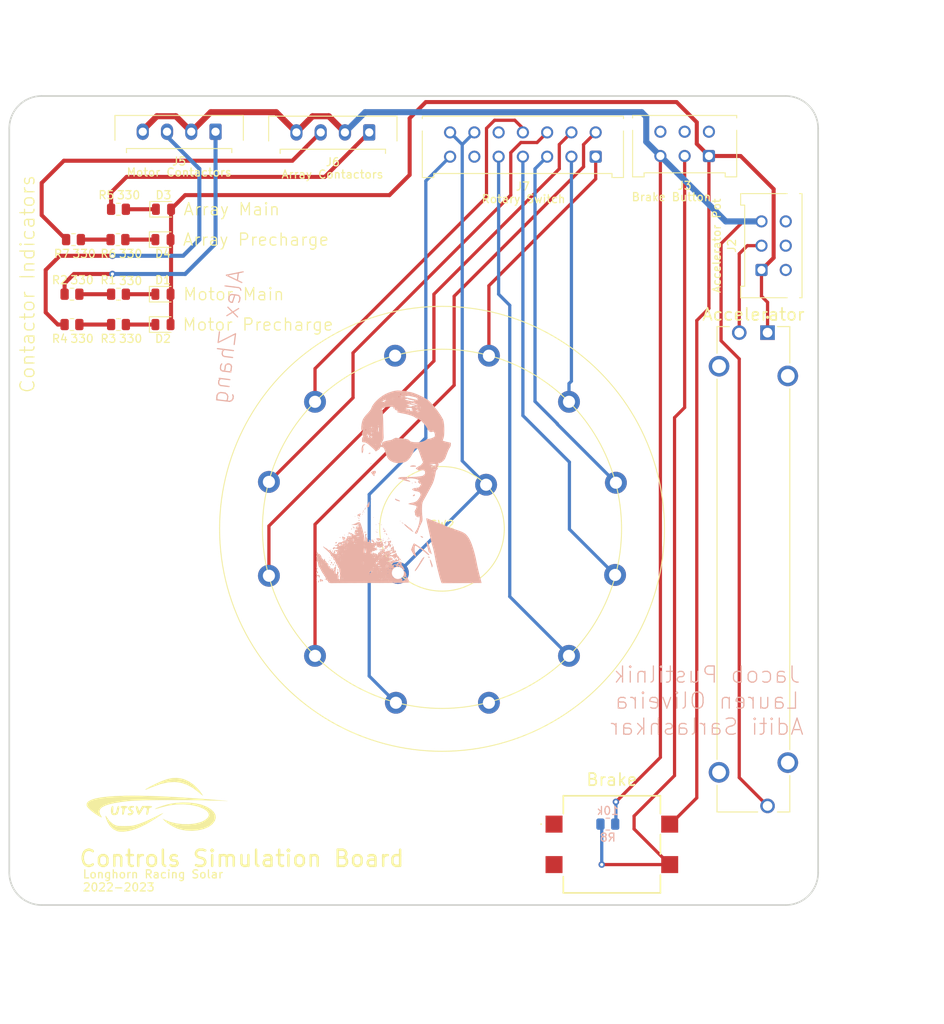
<source format=kicad_pcb>
(kicad_pcb (version 20211014) (generator pcbnew)
  (layers (0 "F.Cu" signal) (31 "B.Cu" signal) (34 "B.Paste" user) (35 "F.Paste" user) (36 "B.SilkS" user "B.Silkscreen") (37 "F.SilkS" user "F.Silkscreen") (38 "B.Mask" user) (39 "F.Mask" user) (44 "Edge.Cuts" user))
  (net 0 "")
  (net 1 "GND")
  (net 6 "/M_D_Mn1")
  (net 7 "/M_D_Pre1")
  (net 8 "/A_D_Mn1")
  (net 9 "/A_D_Pre1")
  (net 10 "+3V3")
  (net 11 "/Acc_Pot_Vo")
  (net 12 "/M_D_Mn2")
  (net 13 "/M_D_Pre2")
  (net 14 "/A_D_Mn2")
  (net 15 "/A_D_Pre2")
  (net 16 "/Rot1")
  (net 17 "/Rot2")
  (net 18 "/Rot3")
  (net 19 "/Rot4")
  (net 20 "/Rot5")
  (net 21 "/Rot7")
  (net 22 "/Rot8")
  (net 23 "/Rot9")
  (net 24 "/Rot10")
  (net 25 "/Rot11")
  (net 26 "/RotV+")
  (net 30 "/M_D_Mn3")
  (net 31 "/Brk_Signal")
  (net 37 "/M_D_Pre3")
  (net 38 "/A_D_Pre3")
  (footprint "Resistor_SMD:R_0805_2012Metric" (layer "F.Cu") (at 113.4375 67.75 180)
    (fp_text reference "R6" (at 1.1875 -1.75) (layer "F.SilkS"))
    (fp_text value "330" (at -1.5625 -1.75) (layer "F.SilkS"))
    (pad "1" smd roundrect (at -0.9125 0 180) (size 1.025 1.4) (layers "F.Cu" "F.Paste" "F.Mask") (roundrect_rratio 0.243902439) (net 9 "/A_D_Pre1"))
    (pad "2" smd roundrect (at 0.9125 0 180) (size 1.025 1.4) (layers "F.Cu" "F.Paste" "F.Mask") (roundrect_rratio 0.243902439) (net 15 "/A_D_Pre2"))
  )
  (footprint "MountingHole:MountingHole_3.2mm_M3" (layer "F.Cu") (at 104 54)
    (fp_text reference "H4")
    (fp_text value "MountingHole")
    (pad "" np_thru_hole circle (at 0 0) (size 3.2 3.2) (drill 3.2) (layers *.Cu *.Mask))
  )
  (footprint "MountingHole:MountingHole_3.2mm_M3" (layer "F.Cu") (at 196 54)
    (fp_text reference "H2")
    (fp_text value "MountingHole")
    (pad "" np_thru_hole circle (at 0 0) (size 3.2 3.2) (drill 3.2) (layers *.Cu *.Mask))
  )
  (footprint "Resistor_SMD:R_0805_2012Metric" (layer "F.Cu") (at 113.5 78.25)
    (fp_text reference "R3" (at -1.25 1.75) (layer "F.SilkS"))
    (fp_text value "330" (at 1.5 1.75) (layer "F.SilkS"))
    (pad "1" smd roundrect (at -0.9125 0) (size 1.025 1.4) (layers "F.Cu" "F.Paste" "F.Mask") (roundrect_rratio 0.243902439) (net 13 "/M_D_Pre2"))
    (pad "2" smd roundrect (at 0.9125 0) (size 1.025 1.4) (layers "F.Cu" "F.Paste" "F.Mask") (roundrect_rratio 0.243902439) (net 7 "/M_D_Pre1"))
  )
  (footprint "LED_SMD:LED_0805_2012Metric" (layer "F.Cu") (at 119 67.75)
    (fp_text reference "D4" (at 0 1.75) (layer "F.SilkS"))
    (fp_text value "Arr_Cntctr_PreChg" hide)
    (pad "1" smd roundrect (at -0.9375 0) (size 0.975 1.4) (layers "F.Cu" "F.Paste" "F.Mask") (net 9 "/A_D_Pre1"))
    (pad "2" smd roundrect (at 0.9375 0) (size 0.975 1.4) (layers "F.Cu" "F.Paste" "F.Mask") (net 10 "+3V3"))
  )
  (footprint "Resistor_SMD:R_0805_2012Metric" (layer "F.Cu") (at 107.75 78.25)
    (fp_text reference "R4" (at -1.5 1.75) (layer "F.SilkS"))
    (fp_text value "330" (at 1.25 1.75) (layer "F.SilkS"))
    (pad "1" smd roundrect (at -0.9125 0) (size 1.025 1.4) (layers "F.Cu" "F.Paste" "F.Mask") (roundrect_rratio 0.243902439) (net 37 "/M_D_Pre3"))
    (pad "2" smd roundrect (at 0.9125 0) (size 1.025 1.4) (layers "F.Cu" "F.Paste" "F.Mask") (roundrect_rratio 0.243902439) (net 13 "/M_D_Pre2"))
  )
  (footprint "UTSVT_Connectors:Molex_Micro-Fit_3.0_43045-1412_2x07_P3.00mm_Vertical" (layer "F.Cu") (at 172.5 57.5 180)
    (fp_text reference "J7" (at 9 -3.67 180) (layer "F.SilkS"))
    (fp_text value "Rotary Switch" (at 8.924 -5.238 180) (layer "F.SilkS"))
    (pad "" np_thru_hole circle (at -3 3.94 180) (size 1 1) (drill 1) (layers *.Cu *.Mask))
    (pad "" np_thru_hole circle (at 21 3.94 180) (size 1 1) (drill 1) (layers *.Cu *.Mask))
    (pad "1" thru_hole roundrect (at 0 0 180) (size 1.5 1.5) (drill 1) (layers *.Cu *.Mask) (roundrect_rratio 0.166667) (net 16 "/Rot1"))
    (pad "2" thru_hole circle (at 3 0 180) (size 1.5 1.5) (drill 1) (layers *.Cu *.Mask) (net 17 "/Rot2"))
    (pad "3" thru_hole circle (at 6 0 180) (size 1.5 1.5) (drill 1) (layers *.Cu *.Mask) (net 18 "/Rot3"))
    (pad "4" thru_hole circle (at 9 0 180) (size 1.5 1.5) (drill 1) (layers *.Cu *.Mask) (net 19 "/Rot4"))
    (pad "5" thru_hole circle (at 12 0 180) (size 1.5 1.5) (drill 1) (layers *.Cu *.Mask) (net 20 "/Rot5"))
    (pad "6" thru_hole circle (at 15 0 180) (size 1.5 1.5) (drill 1) (layers *.Cu *.Mask))
    (pad "7" thru_hole circle (at 18 0 180) (size 1.5 1.5) (drill 1) (layers *.Cu *.Mask) (net 21 "/Rot7"))
    (pad "8" thru_hole circle (at 0 3 180) (size 1.5 1.5) (drill 1) (layers *.Cu *.Mask) (net 22 "/Rot8"))
    (pad "9" thru_hole circle (at 3 3 180) (size 1.5 1.5) (drill 1) (layers *.Cu *.Mask) (net 23 "/Rot9"))
    (pad "10" thru_hole circle (at 6 3 180) (size 1.5 1.5) (drill 1) (layers *.Cu *.Mask) (net 24 "/Rot10"))
    (pad "11" thru_hole circle (at 9 3 180) (size 1.5 1.5) (drill 1) (layers *.Cu *.Mask) (net 25 "/Rot11"))
    (pad "12" thru_hole circle (at 12 3 180) (size 1.5 1.5) (drill 1) (layers *.Cu *.Mask))
    (pad "13" thru_hole circle (at 15 3 180) (size 1.5 1.5) (drill 1) (layers *.Cu *.Mask) (net 26 "/RotV+"))
    (pad "14" thru_hole circle (at 18 3 180) (size 1.5 1.5) (drill 1) (layers *.Cu *.Mask) (net 26 "/RotV+"))
  )
  (footprint "UTSVT_Connectors:Molex_Micro-Fit_3.0_43650-0415_1x04_P3.00mm_Vertical" (layer "F.Cu") (at 144.5 54.5 180)
    (fp_text reference "J6" (at 4.5 -3.67 180) (layer "F.SilkS"))
    (fp_text value "Array Contactors" (at 4.546 -5.19 180) (layer "F.SilkS"))
    (pad "" np_thru_hole circle (at 12 -1.96 180) (size 1.27 1.27) (drill 1.27) (layers *.Cu *.Mask))
    (pad "" np_thru_hole circle (at -3 -1.96 180) (size 1.27 1.27) (drill 1.27) (layers *.Cu *.Mask))
    (pad "1" thru_hole roundrect (at 0 0 180) (size 1.5 2.02) (drill 1.02) (layers *.Cu *.Mask) (roundrect_rratio 0.166667) (net 14 "/A_D_Mn2"))
    (pad "2" thru_hole oval (at 3 0 180) (size 1.5 2.02) (drill 1.02) (layers *.Cu *.Mask) (net 1 "GND"))
    (pad "3" thru_hole oval (at 6 0 180) (size 1.5 2.02) (drill 1.02) (layers *.Cu *.Mask) (net 38 "/A_D_Pre3"))
    (pad "4" thru_hole oval (at 9 0 180) (size 1.5 2.02) (drill 1.02) (layers *.Cu *.Mask) (net 1 "GND"))
  )
  (footprint "LED_SMD:LED_0805_2012Metric" (layer "F.Cu") (at 119 78.25)
    (fp_text reference "D2" (at 0 1.75) (layer "F.SilkS"))
    (fp_text value "M_Cntctr_PreChg" hide)
    (pad "1" smd roundrect (at -0.9375 0) (size 0.975 1.4) (layers "F.Cu" "F.Paste" "F.Mask") (net 7 "/M_D_Pre1"))
    (pad "2" smd roundrect (at 0.9375 0) (size 0.975 1.4) (layers "F.Cu" "F.Paste" "F.Mask") (net 10 "+3V3"))
  )
  (footprint "Resistor_SMD:R_0805_2012Metric" (layer "F.Cu") (at 107.75 74.5 180)
    (fp_text reference "R2" (at 1.5 1.75) (layer "F.SilkS"))
    (fp_text value "330" (at -1.25 1.75) (layer "F.SilkS"))
    (pad "1" smd roundrect (at -0.9125 0 180) (size 1.025 1.4) (layers "F.Cu" "F.Paste" "F.Mask") (roundrect_rratio 0.243902439) (net 12 "/M_D_Mn2"))
    (pad "2" smd roundrect (at 0.9125 0 180) (size 1.025 1.4) (layers "F.Cu" "F.Paste" "F.Mask") (roundrect_rratio 0.243902439) (net 30 "/M_D_Mn3"))
  )
  (footprint "Footprints:PTA4543" (layer "F.Cu") (at 192 108.5 -90)
    (fp_text reference "RV1")
    (fp_text value "Accelerator" (at -31.5 0 180) (layer "F.SilkS") (effects (font (size 1.5 1.5) (thickness 0.2))))
    (pad "1" thru_hole rect (at -29.25 -1.75 270) (size 1.8 1.8) (drill 1.2) (layers *.Cu *.Mask) (net 10 "+3V3"))
    (pad "2" thru_hole circle (at -29.25 1.75 270) (size 1.8 1.8) (drill 1.2) (layers *.Cu *.Mask) (net 11 "/Acc_Pot_Vo"))
    (pad "3" thru_hole circle (at 29.25 -1.75 270) (size 1.8 1.8) (drill 1.2) (layers *.Cu *.Mask) (net 1 "GND"))
    (pad "S1" thru_hole circle (at -23.9 -4.25 270) (size 2.55 2.55) (drill 1.7) (layers *.Cu *.Mask))
    (pad "S2" thru_hole circle (at -25.1 4.25 270) (size 2.55 2.55) (drill 1.7) (layers *.Cu *.Mask))
    (pad "S3" thru_hole circle (at 23.9 -4.25 270) (size 2.55 2.55) (drill 1.7) (layers *.Cu *.Mask))
    (pad "S4" thru_hole circle (at 25.1 4.25 270) (size 2.55 2.55) (drill 1.7) (layers *.Cu *.Mask))
  )
  (footprint "LED_SMD:LED_0805_2012Metric" (layer "F.Cu") (at 119.0625 64)
    (fp_text reference "D3" (at 0 -1.75) (layer "F.SilkS"))
    (fp_text value "Arr_Cntctr_Main" hide)
    (pad "1" smd roundrect (at -0.9375 0) (size 0.975 1.4) (layers "F.Cu" "F.Paste" "F.Mask") (net 8 "/A_D_Mn1"))
    (pad "2" smd roundrect (at 0.9375 0) (size 0.975 1.4) (layers "F.Cu" "F.Paste" "F.Mask") (net 10 "+3V3"))
  )
  (footprint "LED_SMD:LED_0805_2012Metric" (layer "F.Cu") (at 119 74.5)
    (fp_text reference "D1" (at 0 -1.75) (layer "F.SilkS"))
    (fp_text value "M_Cntctr_Main" hide)
    (pad "1" smd roundrect (at -0.9375 0) (size 0.975 1.4) (layers "F.Cu" "F.Paste" "F.Mask") (net 6 "/M_D_Mn1"))
    (pad "2" smd roundrect (at 0.9375 0) (size 0.975 1.4) (layers "F.Cu" "F.Paste" "F.Mask") (net 10 "+3V3"))
  )
  (footprint "Resistor_SMD:R_0805_2012Metric" (layer "F.Cu") (at 107.9375 67.75 180)
    (fp_text reference "R7" (at 1.4375 -1.75) (layer "F.SilkS"))
    (fp_text value "330" (at -1.3125 -1.75) (layer "F.SilkS"))
    (pad "1" smd roundrect (at -0.9125 0 180) (size 1.025 1.4) (layers "F.Cu" "F.Paste" "F.Mask") (roundrect_rratio 0.243902439) (net 15 "/A_D_Pre2"))
    (pad "2" smd roundrect (at 0.9125 0 180) (size 1.025 1.4) (layers "F.Cu" "F.Paste" "F.Mask") (roundrect_rratio 0.243902439) (net 38 "/A_D_Pre3"))
  )
  (footprint "MountingHole:MountingHole_3.2mm_M3" (layer "F.Cu") (at 196 146)
    (fp_text reference "H3")
    (fp_text value "MountingHole")
    (pad "" np_thru_hole circle (at 0 0) (size 3.2 3.2) (drill 3.2) (layers *.Cu *.Mask))
  )
  (footprint "Footprints:TS16121295BK260SMTTR" (layer "F.Cu") (at 174.5 142.5)
    (fp_text reference "S1" hide)
    (fp_text value "Brake" (at 0 -8) (layer "F.SilkS") (effects (font (size 1.5 1.5) (thickness 0.2))))
    (pad "1" smd rect (at -7.15 -2.5 90) (size 2.1 2.1) (layers "F.Cu" "F.Paste" "F.Mask"))
    (pad "2" smd rect (at 7.15 -2.5 90) (size 2.1 2.1) (layers "F.Cu" "F.Paste" "F.Mask") (net 10 "+3V3"))
    (pad "3" smd rect (at -7.15 2.5 90) (size 2.1 2.1) (layers "F.Cu" "F.Paste" "F.Mask"))
    (pad "4" smd rect (at 7.15 2.5 90) (size 2.1 2.1) (layers "F.Cu" "F.Paste" "F.Mask") (net 31 "/Brk_Signal"))
  )
  (footprint "UTSVT_Connectors:Molex_Micro-Fit_3.0_43045-0612_2x03_P3.00mm_Vertical" (layer "F.Cu") (at 186.5 57.415 180)
    (fp_text reference "J3" (at 3 -3.67 180) (layer "F.SilkS"))
    (fp_text value "Brake Button" (at 4.636 -5.069 180) (layer "F.SilkS"))
    (pad "" np_thru_hole circle (at -3 3.94 180) (size 1 1) (drill 1) (layers *.Cu *.Mask))
    (pad "" np_thru_hole circle (at 9 3.94 180) (size 1 1) (drill 1) (layers *.Cu *.Mask))
    (pad "1" thru_hole roundrect (at 0 0 180) (size 1.5 1.5) (drill 1) (layers *.Cu *.Mask) (roundrect_rratio 0.166667) (net 10 "+3V3"))
    (pad "2" thru_hole circle (at 3 0 180) (size 1.5 1.5) (drill 1) (layers *.Cu *.Mask) (net 31 "/Brk_Signal"))
    (pad "3" thru_hole circle (at 6 0 180) (size 1.5 1.5) (drill 1) (layers *.Cu *.Mask) (net 1 "GND"))
    (pad "4" thru_hole circle (at 0 3 180) (size 1.5 1.5) (drill 1) (layers *.Cu *.Mask))
    (pad "5" thru_hole circle (at 3 3 180) (size 1.5 1.5) (drill 1) (layers *.Cu *.Mask))
    (pad "6" thru_hole circle (at 6 3 180) (size 1.5 1.5) (drill 1) (layers *.Cu *.Mask))
  )
  (footprint "Footprints:CK1035" (layer "F.Cu") (at 153.5 103.5 180)
    (fp_text reference "SW2" (at 0 0.5) (layer "F.SilkS"))
    (fp_text value "SW_Rotary2x6")
    (pad "1" thru_hole circle (at -5.8 21.4 180) (size 2.7 2.7) (drill 1.5) (layers *.Cu *.Mask) (net 16 "/Rot1"))
    (pad "2" thru_hole circle (at -15.7 15.7 180) (size 2.7 2.7) (drill 1.5) (layers *.Cu *.Mask) (net 17 "/Rot2"))
    (pad "3" thru_hole circle (at -21.5 5.7 180) (size 2.7 2.7) (drill 1.5) (layers *.Cu *.Mask) (net 18 "/Rot3"))
    (pad "4" thru_hole circle (at -21.4 -5.7 180) (size 2.7 2.7) (drill 1.5) (layers *.Cu *.Mask) (net 19 "/Rot4"))
    (pad "5" thru_hole circle (at -15.7 -15.7 180) (size 2.7 2.7) (drill 1.5) (layers *.Cu *.Mask) (net 20 "/Rot5"))
    (pad "6" thru_hole circle (at -5.8 -21.5 180) (size 2.7 2.7) (drill 1.5) (layers *.Cu *.Mask))
    (pad "7" thru_hole circle (at 5.7 -21.5 180) (size 2.7 2.7) (drill 1.5) (layers *.Cu *.Mask) (net 21 "/Rot7"))
    (pad "8" thru_hole circle (at 15.7 -15.7 180) (size 2.7 2.7) (drill 1.5) (layers *.Cu *.Mask) (net 22 "/Rot8"))
    (pad "9" thru_hole circle (at 21.4 -5.8 180) (size 2.7 2.7) (drill 1.5) (layers *.Cu *.Mask) (net 23 "/Rot9"))
    (pad "10" thru_hole circle (at 21.4 5.8 180) (size 2.7 2.7) (drill 1.5) (layers *.Cu *.Mask) (net 24 "/Rot10"))
    (pad "11" thru_hole circle (at 15.7 15.7 180) (size 2.7 2.7) (drill 1.5) (layers *.Cu *.Mask) (net 25 "/Rot11"))
    (pad "12" thru_hole circle (at 5.8 21.4 180) (size 2.7 2.7) (drill 1.5) (layers *.Cu *.Mask))
    (pad "13" thru_hole circle (at -5.45 5.45 180) (size 2.7 2.7) (drill 1.5) (layers *.Cu *.Mask) (net 26 "/RotV+"))
    (pad "14" thru_hole circle (at 5.45 -5.45 180) (size 2.7 2.7) (drill 1.5) (layers *.Cu *.Mask) (net 26 "/RotV+"))
  )
  (footprint "MountingHole:MountingHole_3.2mm_M3" (layer "F.Cu") (at 104 146)
    (fp_text reference "H1")
    (fp_text value "MountingHole")
    (pad "" np_thru_hole circle (at 0 0) (size 3.2 3.2) (drill 3.2) (layers *.Cu *.Mask))
  )
  (footprint "UTSVT_Connectors:Molex_Micro-Fit_3.0_43045-0612_2x03_P3.00mm_Vertical" (layer "F.Cu") (at 193 71.5 90)
    (fp_text reference "J2" (at 3 -3.67 90) (layer "F.SilkS"))
    (fp_text value "Accelerator Pot" (at 3 -5.548 90) (layer "F.SilkS"))
    (pad "" np_thru_hole circle (at 9 3.94 90) (size 1 1) (drill 1) (layers *.Cu *.Mask))
    (pad "" np_thru_hole circle (at -3 3.94 90) (size 1 1) (drill 1) (layers *.Cu *.Mask))
    (pad "1" thru_hole roundrect (at 0 0 90) (size 1.5 1.5) (drill 1) (layers *.Cu *.Mask) (roundrect_rratio 0.166667) (net 10 "+3V3"))
    (pad "2" thru_hole circle (at 3 0 90) (size 1.5 1.5) (drill 1) (layers *.Cu *.Mask) (net 11 "/Acc_Pot_Vo"))
    (pad "3" thru_hole circle (at 6 0 90) (size 1.5 1.5) (drill 1) (layers *.Cu *.Mask) (net 1 "GND"))
    (pad "4" thru_hole circle (at 0 3 90) (size 1.5 1.5) (drill 1) (layers *.Cu *.Mask))
    (pad "5" thru_hole circle (at 3 3 90) (size 1.5 1.5) (drill 1) (layers *.Cu *.Mask))
    (pad "6" thru_hole circle (at 6 3 90) (size 1.5 1.5) (drill 1) (layers *.Cu *.Mask))
  )
  (footprint "UTSVT_Special:UTSVT_Logo_Symbol" (layer "F.Cu") (at 118 137.75)
    (fp_text reference "LOGO2" hide)
    (fp_text value "UTSVT Logo" hide)
  )
  (footprint "Resistor_SMD:R_0805_2012Metric" (layer "F.Cu") (at 113.5 74.5 180)
    (fp_text reference "R1" (at 1.25 1.75) (layer "F.SilkS"))
    (fp_text value "330" (at -1.5 1.65) (layer "F.SilkS"))
    (pad "1" smd roundrect (at -0.9125 0 180) (size 1.025 1.4) (layers "F.Cu" "F.Paste" "F.Mask") (roundrect_rratio 0.243902439) (net 6 "/M_D_Mn1"))
    (pad "2" smd roundrect (at 0.9125 0 180) (size 1.025 1.4) (layers "F.Cu" "F.Paste" "F.Mask") (roundrect_rratio 0.243902439) (net 12 "/M_D_Mn2"))
  )
  (footprint "UTSVT_Connectors:Molex_Micro-Fit_3.0_43650-0415_1x04_P3.00mm_Vertical" (layer "F.Cu") (at 125.5 54.415 180)
    (fp_text reference "J5" (at 4.5 -3.67 180) (layer "F.SilkS"))
    (fp_text value "Motor Contactors" (at 4.5 -5.021 180) (layer "F.SilkS"))
    (pad "" np_thru_hole circle (at 12 -1.96 180) (size 1.27 1.27) (drill 1.27) (layers *.Cu *.Mask))
    (pad "" np_thru_hole circle (at -3 -1.96 180) (size 1.27 1.27) (drill 1.27) (layers *.Cu *.Mask))
    (pad "1" thru_hole roundrect (at 0 0 180) (size 1.5 2.02) (drill 1.02) (layers *.Cu *.Mask) (roundrect_rratio 0.166667) (net 30 "/M_D_Mn3"))
    (pad "2" thru_hole oval (at 3 0 180) (size 1.5 2.02) (drill 1.02) (layers *.Cu *.Mask) (net 1 "GND"))
    (pad "3" thru_hole oval (at 6 0 180) (size 1.5 2.02) (drill 1.02) (layers *.Cu *.Mask) (net 37 "/M_D_Pre3"))
    (pad "4" thru_hole oval (at 9 0 180) (size 1.5 2.02) (drill 1.02) (layers *.Cu *.Mask) (net 1 "GND"))
  )
  (footprint "Resistor_SMD:R_0805_2012Metric" (layer "F.Cu") (at 113.5 64 180)
    (fp_text reference "R5" (at 1.5 1.75) (layer "F.SilkS"))
    (fp_text value "330" (at -1.25 1.75) (layer "F.SilkS"))
    (pad "1" smd roundrect (at -0.9125 0 180) (size 1.025 1.4) (layers "F.Cu" "F.Paste" "F.Mask") (roundrect_rratio 0.243902439) (net 8 "/A_D_Mn1"))
    (pad "2" smd roundrect (at 0.9125 0 180) (size 1.025 1.4) (layers "F.Cu" "F.Paste" "F.Mask") (roundrect_rratio 0.243902439) (net 14 "/A_D_Mn2"))
  )
  (footprint "Resistor_SMD:R_0805_2012Metric" (layer "B.Cu") (at 174 140)
    (fp_text reference "R8" (at 0 1.65) (layer "B.SilkS") (effects (justify mirror)))
    (fp_text value "10k" (at 0 -1.65) (layer "B.SilkS") (effects (justify mirror)))
    (pad "1" smd roundrect (at -0.9125 0) (size 1.025 1.4) (layers "B.Cu" "B.Paste" "B.Mask") (roundrect_rratio 0.243902439) (net 31 "/Brk_Signal"))
    (pad "2" smd roundrect (at 0.9125 0) (size 1.025 1.4) (layers "B.Cu" "B.Paste" "B.Mask") (roundrect_rratio 0.243902439) (net 1 "GND"))
  )
  (footprint "UTSVT_Special:Hallock_Image_Small" (layer "B.Cu") (at 149 98 180)
    (fp_text reference "LOGO1" hide)
    (fp_text value "Hallock" hide)
  )
  (gr_line (start 100 54) (end 100 146) (layer "Edge.Cuts") (width 0.2))
  (gr_line (start 104 150) (end 196 150) (layer "Edge.Cuts") (width 0.2))
  (gr_arc (start 196 50) (mid 198.828427 51.171573) (end 200 54) (layer "Edge.Cuts") (width 0.2))
  (gr_line (start 200 146) (end 200 54) (layer "Edge.Cuts") (width 0.2))
  (gr_arc (start 100 54) (mid 101.171573 51.171573) (end 104 50) (layer "Edge.Cuts") (width 0.2))
  (gr_arc (start 104 150) (mid 101.171573 148.828427) (end 100 146) (layer "Edge.Cuts") (width 0.2))
  (gr_arc (start 200 146) (mid 198.828427 148.828427) (end 196 150) (layer "Edge.Cuts") (width 0.2))
  (gr_line (start 196 50) (end 104 50) (layer "Edge.Cuts") (width 0.2))
  (gr_text "Alex Zhang" (at 127 79.75 83) (layer "B.SilkS") (effects (font (size 2 2)) (justify mirror)))
  (gr_text "Jacob Pustilnik\nLauren Oliveira\nAditi Sarlashkar" (at 186.25 124.75) (layer "B.SilkS") (effects (font (size 2 2)) (justify mirror)))
  (gr_text "Array Precharge" (at 130.5 67.75) (layer "F.SilkS") (effects (font (size 1.5 1.5))))
  (gr_text "Contactor Indicators" (at 102.25 73.25 90) (layer "F.SilkS") (effects (font (size 1.75 1.75))))
  (gr_text "Motor Precharge" (at 130.75 78.25) (layer "F.SilkS") (effects (font (size 1.5 1.5))))
  (gr_text "Motor Main" (at 127.75 74.5) (layer "F.SilkS") (effects (font (size 1.5 1.5))))
  (gr_text "Controls Simulation Board" (at 128.75 144.25) (layer "F.SilkS") (effects (font (size 2 2) (thickness 0.3))))
  (gr_text "Array Main" (at 127.5 64) (layer "F.SilkS") (effects (font (size 1.5 1.5))))
  (gr_text "Longhorn Racing Solar\n2022-2023" (at 109 147) (layer "F.SilkS") (effects (font (size 1 1)) (justify left)))
  (segment (start 188 80.25) (end 188 68.25) (width 0.4) (layer "F.Cu") (net 1))
  (segment (start 116.5 54.415) (end 116.5 54.25) (width 0.75) (layer "F.Cu") (net 1))
  (segment (start 141.5 54.5) (end 139.5 52.5) (width 0.75) (layer "F.Cu") (net 1))
  (segment (start 116.5 54.25) (end 118.25 52.5) (width 0.75) (layer "F.Cu") (net 1))
  (segment (start 118.25 52.5) (end 120.585 52.5) (width 0.75) (layer "F.Cu") (net 1))
  (segment (start 193.75 137.75) (end 190.25 134.25) (width 0.4) (layer "F.Cu") (net 1))
  (segment (start 139.5 52.5) (end 137.5 52.5) (width 0.75) (layer "F.Cu") (net 1))
  (segment (start 190.25 82.5) (end 188 80.25) (width 0.4) (layer "F.Cu") (net 1))
  (segment (start 133 52) (end 124.915 52) (width 0.75) (layer "F.Cu") (net 1))
  (segment (start 135.5 54.5) (end 133 52) (width 0.75) (layer "F.Cu") (net 1))
  (segment (start 180.5 57.415) (end 180.5 131.75) (width 0.4) (layer "F.Cu") (net 1))
  (segment (start 180.5 131.75) (end 175 137.25) (width 0.4) (layer "F.Cu") (net 1))
  (segment (start 190.75 65.5) (end 193 65.5) (width 0.4) (layer "F.Cu") (net 1))
  (segment (start 188 68.25) (end 190.75 65.5) (width 0.4) (layer "F.Cu") (net 1))
  (segment (start 137.5 52.5) (end 135.5 54.5) (width 0.75) (layer "F.Cu") (net 1))
  (segment (start 120.585 52.5) (end 122.5 54.415) (width 0.75) (layer "F.Cu") (net 1))
  (segment (start 190.25 134.25) (end 190.25 82.5) (width 0.4) (layer "F.Cu") (net 1))
  (segment (start 124.915 52) (end 122.5 54.415) (width 0.75) (layer "F.Cu") (net 1))
  (via (at 175 137.25) (size 0.8) (drill 0.4) (layers "F.Cu" "B.Cu") (net 1))
  (segment (start 175 137.25) (end 175 139.9125) (width 0.4) (layer "B.Cu") (net 1))
  (segment (start 178.18112 52) (end 144 52) (width 0.75) (layer "B.Cu") (net 1))
  (segment (start 180.5 57.415) (end 178.75 55.665) (width 0.75) (layer "B.Cu") (net 1))
  (segment (start 178.75 55.665) (end 178.75 52.56888) (width 0.75) (layer "B.Cu") (net 1))
  (segment (start 188.585 65.5) (end 193 65.5) (width 0.75) (layer "B.Cu") (net 1))
  (segment (start 175 139.9125) (end 174.9125 140) (width 0.4) (layer "B.Cu") (net 1))
  (segment (start 144 52) (end 141.5 54.5) (width 0.75) (layer "B.Cu") (net 1))
  (segment (start 180.5 57.415) (end 188.585 65.5) (width 0.75) (layer "B.Cu") (net 1))
  (segment (start 178.75 52.56888) (end 178.18112 52) (width 0.75) (layer "B.Cu") (net 1))
  (segment (start 118.0625 74.5) (end 114.4125 74.5) (width 0.5) (layer "F.Cu") (net 6))
  (segment (start 118.0625 78.25) (end 114.4125 78.25) (width 0.5) (layer "F.Cu") (net 7))
  (segment (start 118.125 64) (end 114.4125 64) (width 0.5) (layer "F.Cu") (net 8))
  (segment (start 118.0625 67.75) (end 114.35 67.75) (width 0.5) (layer "F.Cu") (net 9))
  (segment (start 193 74.75) (end 193.75 75.5) (width 0.4) (layer "F.Cu") (net 10))
  (segment (start 186.5 57.415) (end 186.5 76.25) (width 0.4) (layer "F.Cu") (net 10))
  (segment (start 182.5 50.75) (end 151.5 50.75) (width 0.5) (layer "F.Cu") (net 10))
  (segment (start 194.5 70) (end 194.5 61.5) (width 0.5) (layer "F.Cu") (net 10))
  (segment (start 193.75 75.5) (end 193.75 79.25) (width 0.4) (layer "F.Cu") (net 10))
  (segment (start 190.415 57.415) (end 186.5 57.415) (width 0.5) (layer "F.Cu") (net 10))
  (segment (start 181.75 140) (end 181.65 140) (width 0.4) (layer "F.Cu") (net 10))
  (segment (start 193 71.5) (end 194.5 70) (width 0.5) (layer "F.Cu") (net 10))
  (segment (start 120 78.1875) (end 119.9375 78.25) (width 0.5) (layer "F.Cu") (net 10))
  (segment (start 186.5 76.25) (end 185 77.75) (width 0.4) (layer "F.Cu") (net 10))
  (segment (start 193 71.5) (end 193 74.75) (width 0.4) (layer "F.Cu") (net 10))
  (segment (start 121.75 62.25) (end 120 64) (width 0.5) (layer "F.Cu") (net 10))
  (segment (start 185 55.915) (end 185 53.25) (width 0.5) (layer "F.Cu") (net 10))
  (segment (start 185 77.75) (end 185 136.75) (width 0.4) (layer "F.Cu") (net 10))
  (segment (start 120 64) (end 120 78.1875) (width 0.5) (layer "F.Cu") (net 10))
  (segment (start 194.5 61.5) (end 190.415 57.415) (width 0.5) (layer "F.Cu") (net 10))
  (segment (start 186.5 57.415) (end 185 55.915) (width 0.5) (layer "F.Cu") (net 10))
  (segment (start 151.5 50.75) (end 149.5 52.75) (width 0.5) (layer "F.Cu") (net 10))
  (segment (start 185 136.75) (end 181.75 140) (width 0.4) (layer "F.Cu") (net 10))
  (segment (start 149.5 52.75) (end 149.5 59.75) (width 0.5) (layer "F.Cu") (net 10))
  (segment (start 149.5 59.75) (end 147 62.25) (width 0.5) (layer "F.Cu") (net 10))
  (segment (start 185 53.25) (end 182.5 50.75) (width 0.5) (layer "F.Cu") (net 10))
  (segment (start 147 62.25) (end 121.75 62.25) (width 0.5) (layer "F.Cu") (net 10))
  (segment (start 191.25 68.5) (end 190.25 69.5) (width 0.4) (layer "F.Cu") (net 11))
  (segment (start 193 68.5) (end 191.25 68.5) (width 0.4) (layer "F.Cu") (net 11))
  (segment (start 190.25 69.5) (end 190.25 79.25) (width 0.4) (layer "F.Cu") (net 11))
  (segment (start 112.5875 74.5) (end 108.6625 74.5) (width 0.5) (layer "F.Cu") (net 12))
  (segment (start 112.5875 78.25) (end 108.6625 78.25) (width 0.5) (layer "F.Cu") (net 13))
  (segment (start 114.5 60) (end 139 60) (width 0.5) (layer "F.Cu") (net 14))
  (segment (start 112.5875 64) (end 112.5875 61.9125) (width 0.5) (layer "F.Cu") (net 14))
  (segment (start 139 60) (end 144.5 54.5) (width 0.5) (layer "F.Cu") (net 14))
  (segment (start 112.5875 61.9125) (end 114.5 60) (width 0.5) (layer "F.Cu") (net 14))
  (segment (start 112.525 67.75) (end 108.85 67.75) (width 0.5) (layer "F.Cu") (net 15))
  (segment (start 159.3 73.45) (end 172.5 60.25) (width 0.4) (layer "F.Cu") (net 16))
  (segment (start 172.5 60.25) (end 172.5 57.5) (width 0.4) (layer "F.Cu") (net 16))
  (segment (start 159.3 82.1) (end 159.3 73.45) (width 0.4) (layer "F.Cu") (net 16))
  (segment (start 169.5 85.25) (end 169.5 57.5) (width 0.4) (layer "B.Cu") (net 17))
  (segment (start 169.2 85.55) (end 169.5 85.25) (width 0.4) (layer "B.Cu") (net 17))
  (segment (start 169.2 87.8) (end 169.2 85.55) (width 0.4) (layer "B.Cu") (net 17))
  (segment (start 167.75 90.55) (end 167.75 90.5) (width 0.4) (layer "B.Cu") (net 18))
  (segment (start 165 59) (end 166.5 57.5) (width 0.4) (layer "B.Cu") (net 18))
  (segment (start 167.75 90.5) (end 165 87.75) (width 0.4) (layer "B.Cu") (net 18))
  (segment (start 165 87.75) (end 165 59) (width 0.4) (layer "B.Cu") (net 18))
  (segment (start 175 97.8) (end 167.75 90.55) (width 0.4) (layer "B.Cu") (net 18))
  (segment (start 174.9 109.2) (end 169.25 103.55) (width 0.4) (layer "B.Cu") (net 19))
  (segment (start 169.25 103.55) (end 169.25 95.25) (width 0.4) (layer "B.Cu") (net 19))
  (segment (start 163.5 89.5) (end 163.5 57.5) (width 0.4) (layer "B.Cu") (net 19))
  (segment (start 169.25 95.25) (end 163.5 89.5) (width 0.4) (layer "B.Cu") (net 19))
  (segment (start 160.5 74.5) (end 161.875 75.875) (width 0.4) (layer "B.Cu") (net 20))
  (segment (start 161.875 75.875) (end 161.875 111.875) (width 0.4) (layer "B.Cu") (net 20))
  (segment (start 160.5 57.5) (end 160.5 74.5) (width 0.4) (layer "B.Cu") (net 20))
  (segment (start 161.875 111.875) (end 169.2 119.2) (width 0.4) (layer "B.Cu") (net 20))
  (segment (start 151.5 92.25) (end 151.5 60.5) (width 0.4) (layer "B.Cu") (net 21))
  (segment (start 144.5 121.7) (end 144.5 99.25) (width 0.4) (layer "B.Cu") (net 21))
  (segment (start 147.8 125) (end 144.5 121.7) (width 0.4) (layer "B.Cu") (net 21))
  (segment (start 151.5 60.5) (end 154.5 57.5) (width 0.4) (layer "B.Cu") (net 21))
  (segment (start 144.5 99.25) (end 151.5 92.25) (width 0.4) (layer "B.Cu") (net 21))
  (segment (start 171 58.75) (end 171 56) (width 0.4) (layer "F.Cu") (net 22))
  (segment (start 137.8 102.95) (end 155 85.75) (width 0.4) (layer "F.Cu") (net 22))
  (segment (start 171 56) (end 172.5 54.5) (width 0.4) (layer "F.Cu") (net 22))
  (segment (start 155 85.75) (end 155 74.75) (width 0.4) (layer "F.Cu") (net 22))
  (segment (start 137.8 119.2) (end 137.8 102.95) (width 0.4) (layer "F.Cu") (net 22))
  (segment (start 155 74.75) (end 171 58.75) (width 0.4) (layer "F.Cu") (net 22))
  (segment (start 168 56) (end 169.5 54.5) (width 0.4) (layer "F.Cu") (net 23))
  (segment (start 168 59) (end 168 56) (width 0.4) (layer "F.Cu") (net 23))
  (segment (start 152.5 82.75) (end 152.5 74.5) (width 0.4) (layer "F.Cu") (net 23))
  (segment (start 132.1 103.15) (end 152.5 82.75) (width 0.4) (layer "F.Cu") (net 23))
  (segment (start 132.1 109.3) (end 132.1 103.15) (width 0.4) (layer "F.Cu") (net 23))
  (segment (start 152.5 74.5) (end 168 59) (width 0.4) (layer "F.Cu") (net 23))
  (segment (start 142.5 87.3) (end 142.5 81.75) (width 0.4) (layer "F.Cu") (net 24))
  (segment (start 165.25 55.75) (end 166.5 54.5) (width 0.4) (layer "F.Cu") (net 24))
  (segment (start 163.25 55.75) (end 165.25 55.75) (width 0.4) (layer "F.Cu") (net 24))
  (segment (start 162 57) (end 163.25 55.75) (width 0.4) (layer "F.Cu") (net 24))
  (segment (start 142.5 81.75) (end 162 62.25) (width 0.4) (layer "F.Cu") (net 24))
  (segment (start 132.1 97.7) (end 142.5 87.3) (width 0.4) (layer "F.Cu") (net 24))
  (segment (start 162 62.25) (end 162 57) (width 0.4) (layer "F.Cu") (net 24))
  (segment (start 160 53) (end 162.5 53) (width 0.4) (layer "F.Cu") (net 25))
  (segment (start 162.5 53) (end 163.5 54) (width 0.4) (layer "F.Cu") (net 25))
  (segment (start 163.5 54) (end 163.5 54.5) (width 0.4) (layer "F.Cu") (net 25))
  (segment (start 137.8 83.7) (end 159 62.5) (width 0.4) (layer "F.Cu") (net 25))
  (segment (start 137.8 87.8) (end 137.8 83.7) (width 0.4) (layer "F.Cu") (net 25))
  (segment (start 159 54) (end 160 53) (width 0.4) (layer "F.Cu") (net 25))
  (segment (start 159 62.5) (end 159 54) (width 0.4) (layer "F.Cu") (net 25))
  (segment (start 148.05 108.95) (end 158.95 98.05) (width 0.4) (layer "B.Cu") (net 26))
  (segment (start 158.95 98.05) (end 156 95.1) (width 0.4) (layer "B.Cu") (net 26))
  (segment (start 156 56) (end 157.5 54.5) (width 0.4) (layer "B.Cu") (net 26))
  (segment (start 154.5 54.5) (end 156 56) (width 0.4) (layer "B.Cu") (net 26))
  (segment (start 156 95.1) (end 156 56) (width 0.4) (layer "B.Cu") (net 26))
  (segment (start 106.8375 73.1625) (end 108 72) (width 0.5) (layer "F.Cu") (net 30))
  (segment (start 106.8375 74.5) (end 106.8375 73.1625) (width 0.5) (layer "F.Cu") (net 30))
  (segment (start 108 72) (end 112.75 72) (width 0.5) (layer "F.Cu") (net 30))
  (via (at 112.75 72) (size 0.8) (drill 0.4) (layers "F.Cu" "B.Cu") (net 30))
  (segment (start 112.75 72) (end 121.75 72) (width 0.5) (layer "B.Cu") (net 30))
  (segment (start 125.5 68.25) (end 125.5 54.415) (width 0.5) (layer "B.Cu") (net 30))
  (segment (start 121.75 72) (end 125.5 68.25) (width 0.5) (layer "B.Cu") (net 30))
  (segment (start 181.65 145) (end 173.25 145) (width 0.4) (layer "F.Cu") (net 31))
  (segment (start 177.25 139) (end 177.25 140.6) (width 0.4) (layer "F.Cu") (net 31))
  (segment (start 183.5 88.5) (end 182.25 89.75) (width 0.4) (layer "F.Cu") (net 31))
  (segment (start 182.25 134) (end 177.25 139) (width 0.4) (layer "F.Cu") (net 31))
  (segment (start 183.5 57.415) (end 183.5 88.5) (width 0.4) (layer "F.Cu") (net 31))
  (segment (start 177.25 140.6) (end 181.65 145) (width 0.4) (layer "F.Cu") (net 31))
  (segment (start 182.25 89.75) (end 182.25 134) (width 0.4) (layer "F.Cu") (net 31))
  (via (at 173.25 145) (size 0.8) (drill 0.4) (layers "F.Cu" "B.Cu") (net 31))
  (segment (start 173.25 145) (end 173.25 140.1625) (width 0.4) (layer "B.Cu") (net 31))
  (segment (start 173.25 140.1625) (end 173.0875 140) (width 0.4) (layer "B.Cu") (net 31))
  (segment (start 104.5 76.75) (end 104.5 71.5) (width 0.5) (layer "F.Cu") (net 37))
  (segment (start 106.25 69.75) (end 112.75 69.75) (width 0.5) (layer "F.Cu") (net 37))
  (segment (start 106.8375 78.25) (end 106 78.25) (width 0.5) (layer "F.Cu") (net 37))
  (segment (start 106 78.25) (end 104.5 76.75) (width 0.5) (layer "F.Cu") (net 37))
  (segment (start 104.5 71.5) (end 106.25 69.75) (width 0.5) (layer "F.Cu") (net 37))
  (via (at 112.75 69.75) (size 0.8) (drill 0.4) (layers "F.Cu" "B.Cu") (net 37))
  (segment (start 121.5 69.75) (end 123.5 67.75) (width 0.5) (layer "B.Cu") (net 37))
  (segment (start 112.75 69.75) (end 121.5 69.75) (width 0.5) (layer "B.Cu") (net 37))
  (segment (start 123.5 59) (end 119.5 55) (width 0.5) (layer "B.Cu") (net 37))
  (segment (start 123.5 67.75) (end 123.5 59) (width 0.5) (layer "B.Cu") (net 37))
  (segment (start 119.5 55) (end 119.5 54.415) (width 0.5) (layer "B.Cu") (net 37))
  (segment (start 104 60.75) (end 104 64.725) (width 0.5) (layer "F.Cu") (net 38))
  (segment (start 138.5 54.5) (end 135 58) (width 0.5) (layer "F.Cu") (net 38))
  (segment (start 106.75 58) (end 104 60.75) (width 0.5) (layer "F.Cu") (net 38))
  (segment (start 135 58) (end 106.75 58) (width 0.5) (layer "F.Cu") (net 38))
  (segment (start 104 64.725) (end 107.025 67.75) (width 0.5) (layer "F.Cu") (net 38))
)
</source>
